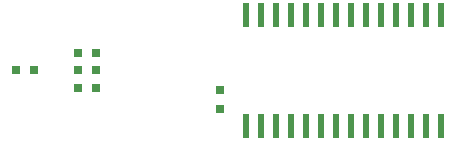
<source format=gbp>
G04 #@! TF.GenerationSoftware,KiCad,Pcbnew,(5.0.2)-1*
G04 #@! TF.CreationDate,2020-02-29T00:21:09+09:00*
G04 #@! TF.ProjectId,House,486f7573-652e-46b6-9963-61645f706362,rev?*
G04 #@! TF.SameCoordinates,Original*
G04 #@! TF.FileFunction,Paste,Bot*
G04 #@! TF.FilePolarity,Positive*
%FSLAX46Y46*%
G04 Gerber Fmt 4.6, Leading zero omitted, Abs format (unit mm)*
G04 Created by KiCad (PCBNEW (5.0.2)-1) date 2020/02/29 0:21:09*
%MOMM*%
%LPD*%
G01*
G04 APERTURE LIST*
%ADD10R,0.600000X2.000000*%
%ADD11R,0.800000X0.800000*%
G04 APERTURE END LIST*
D10*
G04 #@! TO.C,U1*
X139245000Y-85300000D03*
X140515000Y-85300000D03*
X141785000Y-85300000D03*
X143055000Y-85300000D03*
X144325000Y-85300000D03*
X145595000Y-85300000D03*
X146865000Y-85300000D03*
X148135000Y-85300000D03*
X149405000Y-85300000D03*
X150675000Y-85300000D03*
X151945000Y-85300000D03*
X153215000Y-85300000D03*
X154485000Y-85300000D03*
X155755000Y-85300000D03*
X155755000Y-94700000D03*
X154485000Y-94700000D03*
X153215000Y-94700000D03*
X151945000Y-94700000D03*
X150675000Y-94700000D03*
X149405000Y-94700000D03*
X148135000Y-94700000D03*
X146865000Y-94700000D03*
X145595000Y-94700000D03*
X144325000Y-94700000D03*
X143055000Y-94700000D03*
X141785000Y-94700000D03*
X140515000Y-94700000D03*
X139245000Y-94700000D03*
G04 #@! TD*
D11*
G04 #@! TO.C,R1*
X126550000Y-91500000D03*
X124950000Y-91500000D03*
G04 #@! TD*
G04 #@! TO.C,R2*
X124950000Y-90000000D03*
X126550000Y-90000000D03*
G04 #@! TD*
G04 #@! TO.C,R3*
X126550000Y-88500000D03*
X124950000Y-88500000D03*
G04 #@! TD*
G04 #@! TO.C,D28*
X119700000Y-90000000D03*
X121300000Y-90000000D03*
G04 #@! TD*
G04 #@! TO.C,C1*
X137000000Y-91700000D03*
X137000000Y-93300000D03*
G04 #@! TD*
M02*

</source>
